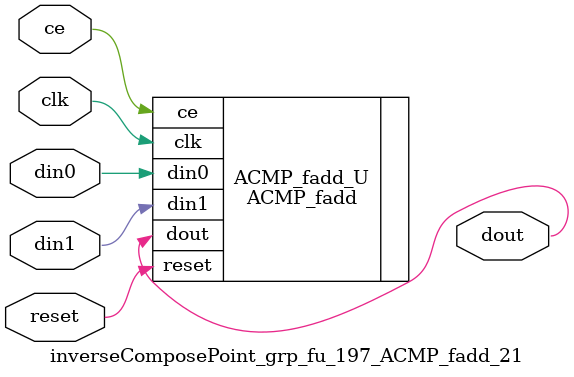
<source format=v>

`timescale 1 ns / 1 ps
module inverseComposePoint_grp_fu_197_ACMP_fadd_21(
    clk,
    reset,
    ce,
    din0,
    din1,
    dout);

parameter ID = 32'd1;
parameter NUM_STAGE = 32'd1;
parameter din0_WIDTH = 32'd1;
parameter din1_WIDTH = 32'd1;
parameter dout_WIDTH = 32'd1;
input clk;
input reset;
input ce;
input[din0_WIDTH - 1:0] din0;
input[din1_WIDTH - 1:0] din1;
output[dout_WIDTH - 1:0] dout;



ACMP_fadd #(
.ID( ID ),
.NUM_STAGE( 4 ),
.din0_WIDTH( din0_WIDTH ),
.din1_WIDTH( din1_WIDTH ),
.dout_WIDTH( dout_WIDTH ))
ACMP_fadd_U(
    .clk( clk ),
    .reset( reset ),
    .ce( ce ),
    .din0( din0 ),
    .din1( din1 ),
    .dout( dout ));

endmodule

</source>
